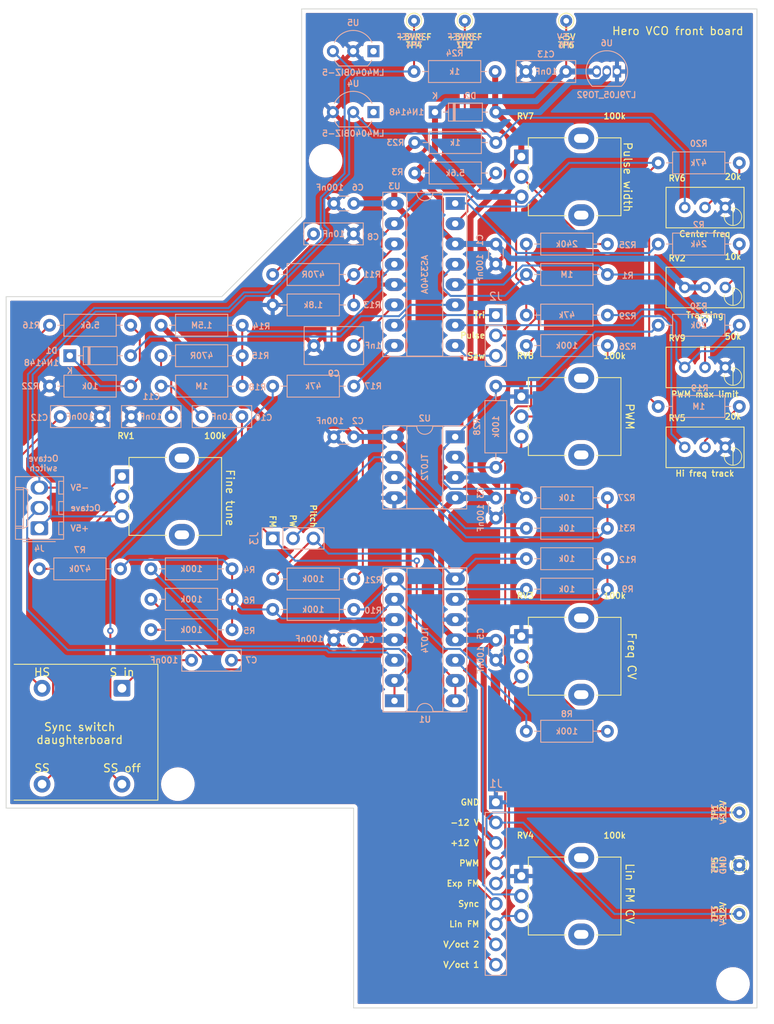
<source format=kicad_pcb>
(kicad_pcb (version 20211014) (generator pcbnew)
  (layers (0 "F.Cu" signal) (31 "B.Cu" signal) (34 "B.Paste" user) (35 "F.Paste" user) (36 "B.SilkS" user "B.Silkscreen") (37 "F.SilkS" user "F.Silkscreen") (38 "B.Mask" user) (39 "F.Mask" user) (44 "Edge.Cuts" user))
  (net 0 "")
  (net 1 "Board_0-+12V")
  (net 2 "Board_0--12V")
  (net 3 "Board_0--5V")
  (net 4 "Board_0-/Front PCB/+5V_REF")
  (net 5 "Board_0-/Front PCB/-5V_REF")
  (net 6 "Board_0-/Front PCB/CENTER_FREQ")
  (net 7 "Board_0-/Front PCB/CV_IN")
  (net 8 "Board_0-/Front PCB/CV_SUM")
  (net 9 "Board_0-/Front PCB/FINE_TUNE")
  (net 10 "Board_0-/Front PCB/FREQ_CV")
  (net 11 "Board_0-/Front PCB/HARD_SYNCA")
  (net 12 "Board_0-/Front PCB/HI_FREQ_TRACK")
  (net 13 "Board_0-/Front PCB/LINK_OUT_FM")
  (net 14 "Board_0-/Front PCB/LINK_OUT_PW")
  (net 15 "Board_0-/Front PCB/LIN_FM_CV")
  (net 16 "Board_0-/Front PCB/LIN_FM_IN")
  (net 17 "Board_0-/Front PCB/OCTAVE")
  (net 18 "Board_0-/Front PCB/PULSE_OUT")
  (net 19 "Board_0-/Front PCB/PULSE_WIDTH")
  (net 20 "Board_0-/Front PCB/PWM")
  (net 21 "Board_0-/Front PCB/PWMIN")
  (net 22 "Board_0-/Front PCB/SAW_OUT")
  (net 23 "Board_0-/Front PCB/SOFT_SYNCA")
  (net 24 "Board_0-/Front PCB/SOFT_SYNC_OFF")
  (net 25 "Board_0-/Front PCB/SYNC")
  (net 26 "Board_0-/Front PCB/SYNCA")
  (net 27 "Board_0-/Front PCB/TRIANGLE_OUT")
  (net 28 "Board_0-/Front PCB/V_OCT")
  (net 29 "Board_0-/Front PCB/V_OCT2")
  (net 30 "Board_0-CV_NODE")
  (net 31 "Board_0-GND")
  (net 32 "Board_0-HARD_SYNC")
  (net 33 "Board_0-HFT")
  (net 34 "Board_0-LIN_FM")
  (net 35 "Board_0-Net-(C10-Pad1)")
  (net 36 "Board_0-Net-(C11-Pad1)")
  (net 37 "Board_0-Net-(C8-Pad1)")
  (net 38 "Board_0-Net-(C9-Pad2)")
  (net 39 "Board_0-Net-(D1-Pad1)")
  (net 40 "Board_0-Net-(R10-Pad1)")
  (net 41 "Board_0-Net-(R10-Pad2)")
  (net 42 "Board_0-Net-(R12-Pad2)")
  (net 43 "Board_0-Net-(R13-Pad1)")
  (net 44 "Board_0-Net-(R2-Pad1)")
  (net 45 "Board_0-Net-(R2-Pad2)")
  (net 46 "Board_0-Net-(R25-Pad1)")
  (net 47 "Board_0-Net-(R27-Pad1)")
  (net 48 "Board_0-Net-(R27-Pad2)")
  (net 49 "Board_0-Net-(R29-Pad1)")
  (net 50 "Board_0-Net-(R3-Pad1)")
  (net 51 "Board_0-Net-(R4-Pad2)")
  (net 52 "Board_0-PWM_IN")
  (net 53 "Board_0-SOFT_SYNC")
  (footprint "ao_tht:TestPoint_THTPad_D1.5mm_Drill0.7mm" (layer "F.Cu") (at 194.789997 150.739997 90)
    (fp_text reference "TP3")
    (fp_text value "-12V")
  )
  (footprint "ao_tht:Potentiometer_Bourns_3296W_Vertical_screw_centered" (layer "F.Cu") (at 193.999997 73.499997)
    (fp_text reference "RV2")
    (fp_text value "10k")
  )
  (footprint "ao_tht:TestPoint_THTPad_D1.5mm_Drill0.7mm" (layer "F.Cu") (at 194.789997 144.629997 90)
    (fp_text reference "TP5")
    (fp_text value "GND")
  )
  (footprint "ao_tht:Potentiometer_Alpha_RD901F-40-00D_Single_Vertical_centered" (layer "F.Cu") (at 174.999997 118.499997)
    (fp_text reference "RV3")
    (fp_text value "100k")
  )
  (footprint "herovco:SolderWire-round_1x01_D0.9mm_OD2.1mm" (layer "F.Cu") (at 107.499997 122.499997)
    (fp_text reference "J8" hide)
    (fp_text value "Conn_01x01" hide)
  )
  (footprint "herovco:SolderWire-round_1x01_D0.9mm_OD2.1mm" (layer "F.Cu") (at 117.499997 134.499997)
    (fp_text reference "J6" hide)
    (fp_text value "Conn_01x01" hide)
  )
  (footprint "ao_tht:TestPoint_THTPad_D1.5mm_Drill0.7mm" (layer "F.Cu") (at 173.119997 38.979997 180)
    (fp_text reference "TP6")
    (fp_text value "-5V")
  )
  (footprint "Connector_Wire:SolderWire-0.5sqmm_1x01_D0.9mm_OD2.1mm" (layer "F.Cu") (at 117.499997 122.499997)
    (fp_text reference "J5" hide)
    (fp_text value "Wire pads" hide)
  )
  (footprint "herovco:SolderWire-round_1x01_D0.9mm_OD2.1mm" (layer "F.Cu") (at 107.499997 134.499997)
    (fp_text reference "J7" hide)
    (fp_text value "Conn_01x01" hide)
  )
  (footprint "ao_tht:TestPoint_THTPad_D1.5mm_Drill0.7mm" (layer "F.Cu") (at 194.789997 138.039997 90)
    (fp_text reference "TP1")
    (fp_text value "+12V")
  )
  (footprint "ao_tht:Potentiometer_Alpha_RD901F-40-00D_Single_Vertical_centered" (layer "F.Cu") (at 174.999997 58.499997)
    (fp_text reference "RV7")
    (fp_text value "100k")
  )
  (footprint "ao_tht:Potentiometer_Alpha_RD901F-40-00D_Single_Vertical_centered" (layer "F.Cu") (at 124.999997 98.499997)
    (fp_text reference "RV1")
    (fp_text value "100k")
  )
  (footprint "ao_tht:TestPoint_THTPad_D1.5mm_Drill0.7mm" (layer "F.Cu") (at 160.419997 38.979997 180)
    (fp_text reference "TP2")
    (fp_text value "+5VREF")
  )
  (footprint "ao_tht:Potentiometer_Bourns_3296W_Vertical_screw_centered" (layer "F.Cu") (at 193.999997 83.499997)
    (fp_text reference "RV9")
    (fp_text value "50k")
  )
  (footprint "ao_tht:Potentiometer_Bourns_3296W_Vertical_screw_centered" (layer "F.Cu") (at 193.999997 63.499997)
    (fp_text reference "RV6")
    (fp_text value "20k")
  )
  (footprint "ao_tht:MountingHole_3.2mm_M3" (layer "F.Cu") (at 124.499997 134.499997)
    (fp_text reference "H1" hide)
    (fp_text value "MountingHole")
  )
  (footprint "ao_tht:MountingHole_3.2mm_M3" (layer "F.Cu") (at 193.999997 159.499997)
    (fp_text reference "H3" hide)
    (fp_text value "MountingHole")
  )
  (footprint "ao_tht:Potentiometer_Alpha_RD901F-40-00D_Single_Vertical_centered" (layer "F.Cu") (at 174.999997 88.499997)
    (fp_text reference "RV8")
    (fp_text value "100k")
  )
  (footprint "ao_tht:Potentiometer_Bourns_3296W_Vertical_screw_centered" (layer "F.Cu") (at 193.999997 93.499997)
    (fp_text reference "RV5")
    (fp_text value "20k")
  )
  (footprint "ao_tht:TestPoint_THTPad_D1.5mm_Drill0.7mm" (layer "F.Cu") (at 154.069997 38.979997 180)
    (fp_text reference "TP4")
    (fp_text value "-5VREF")
  )
  (footprint "ao_tht:Potentiometer_Alpha_RD901F-40-00D_Single_Vertical_centered" (layer "F.Cu") (at 174.999997 148.499997)
    (fp_text reference "RV4")
    (fp_text value "100k")
  )
  (footprint "ao_tht:MountingHole_3.2mm_M3" (layer "F.Cu") (at 142.999997 56.499997)
    (fp_text reference "H2" hide)
    (fp_text value "MountingHole")
  )
  (footprint "ao_tht:R_Axial_DIN0207_L6.3mm_D2.5mm_P10.16mm_Horizontal" (layer "B.Cu") (at 168.119997 66.919997)
    (fp_text reference "R25")
    (fp_text value "240k")
  )
  (footprint "ao_tht:C_Rect_L7.2mm_W2.5mm_P5.00mm_FKS2_FKP2_MKS2_MKP2" (layer "B.Cu") (at 126.209997 118.989997)
    (fp_text reference "C7")
    (fp_text value "100nF")
  )
  (footprint "ao_tht:C_Rect_L7.2mm_W2.5mm_P5.00mm_FKS2_FKP2_MKS2_MKP2" (layer "B.Cu") (at 141.489997 65.649997)
    (fp_text reference "C8")
    (fp_text value "10nF")
  )
  (footprint "ao_tht:R_Axial_DIN0207_L6.3mm_D2.5mm_P10.16mm_Horizontal" (layer "B.Cu") (at 122.399997 77.079997)
    (fp_text reference "R14")
    (fp_text value "1.5M")
  )
  (footprint "ao_tht:C_Disc_D3.0mm_W1.6mm_P2.50mm" (layer "B.Cu") (at 164.309997 118.989997 90)
    (fp_text reference "C5")
    (fp_text value "100nF")
  )
  (footprint "ao_tht:R_Axial_DIN0207_L6.3mm_D2.5mm_P10.16mm_Horizontal" (layer "B.Cu") (at 168.119997 70.729997)
    (fp_text reference "R1")
    (fp_text value "1M")
  )
  (footprint "Capacitor_THT:C_Rect_L7.2mm_W4.5mm_P5.00mm_FKS2_FKP2_MKS2_MKP2" (layer "B.Cu") (at 141.529997 79.619997)
    (fp_text reference "C9")
    (fp_text value "1nF")
  )
  (footprint "ao_tht:R_Axial_DIN0207_L6.3mm_D2.5mm_P10.16mm_Horizontal" (layer "B.Cu") (at 164.309997 84.699997 -90)
    (fp_text reference "R28")
    (fp_text value "100k")
  )
  (footprint "ao_tht:R_Axial_DIN0207_L6.3mm_D2.5mm_P10.16mm_Horizontal" (layer "B.Cu") (at 184.629997 66.919997)
    (fp_text reference "R2")
    (fp_text value "24k")
  )
  (footprint "ao_tht:DIP-8_W7.62mm_Socket_LongPads" (layer "B.Cu") (at 159.219997 91.049997 180)
    (fp_text reference "U2")
    (fp_text value "TL072")
  )
  (footprint "ao_tht:R_Axial_DIN0207_L6.3mm_D2.5mm_P10.16mm_Horizontal" (layer "B.Cu") (at 131.289997 107.559997 180)
    (fp_text reference "R4")
    (fp_text value "100k")
  )
  (footprint "ao_tht:R_Axial_DIN0207_L6.3mm_D2.5mm_P10.16mm_Horizontal" (layer "B.Cu") (at 132.559997 80.889997 180)
    (fp_text reference "R15")
    (fp_text value "470R")
  )
  (footprint "ao_tht:R_Axial_DIN0207_L6.3mm_D2.5mm_P10.16mm_Horizontal" (layer "B.Cu") (at 164.309997 58.029997 180)
    (fp_text reference "R3")
    (fp_text value "5.6k")
  )
  (footprint "ao_tht:C_Rect_L7.2mm_W2.5mm_P5.00mm_FKS2_FKP2_MKS2_MKP2" (layer "B.Cu") (at 123.669997 88.509997 180)
    (fp_text reference "C11")
    (fp_text value "10nF")
  )
  (footprint "ao_tht:C_Rect_L7.2mm_W2.5mm_P5.00mm_FKS2_FKP2_MKS2_MKP2" (layer "B.Cu") (at 114.779997 88.509997 180)
    (fp_text reference "C12")
    (fp_text value "100nF")
  )
  (footprint "Package_TO_SOT_THT:TO-92_Inline" (layer "B.Cu") (at 179.469997 45.329997 180)
    (fp_text reference "U6")
    (fp_text value "L79L05_TO92")
  )
  (footprint "ao_tht:C_Disc_D3.0mm_W1.6mm_P2.50mm" (layer "B.Cu") (at 146.529997 116.449997 180)
    (fp_text reference "C4")
    (fp_text value "100nF")
  )
  (footprint "ao_tht:R_Axial_DIN0207_L6.3mm_D2.5mm_P10.16mm_Horizontal" (layer "B.Cu") (at 146.529997 74.539997 180)
    (fp_text reference "R13")
    (fp_text value "1.8k")
  )
  (footprint "ao_tht:D_DO-35_SOD27_P7.62mm_Horizontal" (layer "B.Cu") (at 156.689997 50.409997)
    (fp_text reference "D2")
    (fp_text value "1N4148")
  )
  (footprint "ao_tht:R_Axial_DIN0207_L6.3mm_D2.5mm_P10.16mm_Horizontal" (layer "B.Cu") (at 184.629997 87.239997)
    (fp_text reference "R19")
    (fp_text value "1M")
  )
  (footprint "Connector_PinHeader_2.54mm:PinHeader_1x03_P2.54mm_Vertical" (layer "B.Cu") (at 164.309997 75.809997 180)
    (fp_text reference "J2")
    (fp_text value "Conn_01x03")
  )
  (footprint "ao_tht:DIP-16_W7.62mm_Socket_LongPads" (layer "B.Cu") (at 159.219997 61.829997 180)
    (fp_text reference "U3")
    (fp_text value "AS3340A")
  )
  (footprint "ao_tht:R_Axial_DIN0207_L6.3mm_D2.5mm_P10.16mm_Horizontal" (layer "B.Cu") (at 108.429997 84.699997)
    (fp_text reference "R22")
    (fp_text value "10k")
  )
  (footprint "ao_tht:R_Axial_DIN0207_L6.3mm_D2.5mm_P10.16mm_Horizontal" (layer "B.Cu") (at 194.789997 77.079997 180)
    (fp_text reference "R30")
    (fp_text value "20k")
  )
  (footprint "ao_tht:C_Disc_D3.0mm_W1.6mm_P2.50mm" (layer "B.Cu") (at 164.309997 66.919997 -90)
    (fp_text reference "C1")
    (fp_text value "100nF")
  )
  (footprint "ao_tht:R_Axial_DIN0207_L6.3mm_D2.5mm_P10.16mm_Horizontal" (layer "B.Cu") (at 131.289997 115.179997 180)
    (fp_text reference "R5")
    (fp_text value "100k")
  )
  (footprint "ao_tht:R_Axial_DIN0207_L6.3mm_D2.5mm_P10.16mm_Horizontal" (layer "B.Cu") (at 131.289997 111.369997 180)
    (fp_text reference "R6")
    (fp_text value "100k")
  )
  (footprint "ao_tht:R_Axial_DIN0207_L6.3mm_D2.5mm_P10.16mm_Horizontal" (layer "B.Cu") (at 178.279997 110.099997 180)
    (fp_text reference "R9")
    (fp_text value "10k")
  )
  (footprint "ao_tht:R_Axial_DIN0207_L6.3mm_D2.5mm_P10.16mm_Horizontal" (layer "B.Cu") (at 184.629997 56.759997)
    (fp_text reference "R20")
    (fp_text value "47k")
  )
  (footprint "Connector_PinHeader_2.54mm:PinHeader_1x09_P2.54mm_Vertical" (layer "B.Cu") (at 164.309997 136.769997 180)
    (fp_text reference "J1")
    (fp_text value "Conn_01x09")
  )
  (footprint "ao_tht:R_Axial_DIN0207_L6.3mm_D2.5mm_P10.16mm_Horizontal" (layer "B.Cu") (at 154.069997 45.329997)
    (fp_text reference "R24")
    (fp_text value "1k")
  )
  (footprint "ao_tht:R_Axial_DIN0207_L6.3mm_D2.5mm_P10.16mm_Horizontal" (layer "B.Cu") (at 168.119997 102.479997)
    (fp_text reference "R31")
    (fp_text value "10k")
  )
  (footprint "ao_tht:R_Axial_DIN0207_L6.3mm_D2.5mm_P10.16mm_Horizontal" (layer "B.Cu") (at 168.119997 79.619997)
    (fp_text reference "R26")
    (fp_text value "100k")
  )
  (footprint "ao_tht:D_DO-35_SOD27_P7.62mm_Horizontal" (layer "B.Cu") (at 110.969997 80.889997)
    (fp_text reference "D1")
    (fp_text value "1N4148")
  )
  (footprint "ao_tht:R_Axial_DIN0207_L6.3mm_D2.5mm_P10.16mm_Horizontal" (layer "B.Cu") (at 146.529997 70.729997 180)
    (fp_text reference "R11")
    (fp_text value "470R")
  )
  (footprint "ao_tht:DIP-14_W7.62mm_Socket_LongPads" (layer "B.Cu") (at 151.619997 124.069997)
    (fp_text reference "U1")
    (fp_text value "TL074")
  )
  (footprint "ao_tht:Molex_KK-254_AE-6410-03A_1x03_P2.54mm_Vertical" (layer "B.Cu") (at 107.159997 102.479997 90)
    (fp_text reference "J4")
    (fp_text value "3_pin_Molex_header")
  )
  (footprint "ao_tht:R_Axial_DIN0207_L6.3mm_D2.5mm_P10.16mm_Horizontal" (layer "B.Cu") (at 178.279997 98.669997 180)
    (fp_text reference "R27")
    (fp_text value "10k")
  )
  (footprint "ao_tht:C_Rect_L7.2mm_W2.5mm_P5.00mm_FKS2_FKP2_MKS2_MKP2" (layer "B.Cu") (at 168.079997 45.329997)
    (fp_text reference "C13")
    (fp_text value "10nF")
  )
  (footprint "ao_tht:C_Disc_D3.0mm_W1.6mm_P2.50mm" (layer "B.Cu") (at 146.529997 61.839997 180)
    (fp_text reference "C6")
    (fp_text value "100nF")
  )
  (footprint "ao_tht:R_Axial_DIN0207_L6.3mm_D2.5mm_P10.16mm_Horizontal" (layer "B.Cu") (at 146.529997 112.639997 180)
    (fp_text reference "R10")
    (fp_text value "100k")
  )
  (footprint "ao_tht:R_Axial_DIN0207_L6.3mm_D2.5mm_P10.16mm_Horizontal" (layer "B.Cu") (at 154.149997 54.219997)
    (fp_text reference "R23")
    (fp_text value "1k")
  )
  (footprint "ao_tht:R_Axial_DIN0207_L6.3mm_D2.5mm_P10.16mm_Horizontal" (layer "B.Cu") (at 132.559997 84.699997 180)
    (fp_text reference "R18")
    (fp_text value "1M")
  )
  (footprint "ao_tht:TO-92_Inline_Wide" (layer "B.Cu") (at 148.989997 50.409997 180)
    (fp_text reference "U4")
    (fp_text value "LM4040BIZ-5")
  )
  (footprint "Connector_PinHeader_2.54mm:PinHeader_1x03_P2.54mm_Vertical" (layer "B.Cu") (at 136.384997 103.749997 -90)
    (fp_text reference "J3")
    (fp_text value "Conn_01x03")
  )
  (footprint "ao_tht:C_Rect_L7.2mm_W2.5mm_P5.00mm_FKS2_FKP2_MKS2_MKP2" (layer "B.Cu") (at 127.519997 88.509997)
    (fp_text reference "C10")
    (fp_text value "10nF")
  )
  (footprint "ao_tht:C_Disc_D3.0mm_W1.6mm_P2.50mm" (layer "B.Cu") (at 164.309997 101.209997 90)
    (fp_text reference "C3")
    (fp_text value "100nF")
  )
  (footprint "ao_tht:R_Axial_DIN0207_L6.3mm_D2.5mm_P10.16mm_Horizontal" (layer "B.Cu") (at 118.589997 77.079997 180)
    (fp_text reference "R16")
    (fp_text value "5.6k")
  )
  (footprint "ao_tht:R_Axial_DIN0207_L6.3mm_D2.5mm_P10.16mm_Horizontal" (layer "B.Cu") (at 168.119997 127.879997)
    (fp_text reference "R8")
    (fp_text value "100k")
  )
  (footprint "ao_tht:R_Axial_DIN0207_L6.3mm_D2.5mm_P10.16mm_Horizontal" (layer "B.Cu") (at 146.529997 108.829997 180)
    (fp_text reference "R21")
    (fp_text value "100k")
  )
  (footprint "ao_tht:TO-92_Inline_Wide" (layer "B.Cu") (at 148.989997 42.789997 180)
    (fp_text reference "U5")
    (fp_text value "LM4040BIZ-5")
  )
  (footprint "ao_tht:R_Axial_DIN0207_L6.3mm_D2.5mm_P10.16mm_Horizontal" (layer "B.Cu") (at 168.119997 106.289997)
    (fp_text reference "R12")
    (fp_text value "10k")
  )
  (footprint "ao_tht:R_Axial_DIN0207_L6.3mm_D2.5mm_P10.16mm_Horizontal" (layer "B.Cu") (at 117.319997 107.559997 180)
    (fp_text reference "R7")
    (fp_text value "470k")
  )
  (footprint "ao_tht:R_Axial_DIN0207_L6.3mm_D2.5mm_P10.16mm_Horizontal" (layer "B.Cu") (at 178.279997 75.809997 180)
    (fp_text reference "R29")
    (fp_text value "47k")
  )
  (footprint "ao_tht:R_Axial_DIN0207_L6.3mm_D2.5mm_P10.16mm_Horizontal" (layer "B.Cu") (at 146.529997 84.699997 180)
    (fp_text reference "R17")
    (fp_text value "47k")
  )
  (footprint "ao_tht:C_Disc_D3.0mm_W1.6mm_P2.50mm" (layer "B.Cu") (at 146.529997 91.049997 180)
    (fp_text reference "C2")
    (fp_text value "100nF")
  )
  (gr_line (start 121.999997 119.499997) (end 103.999997 119.499997) (layer "F.SilkS") (width 0.12))
  (gr_line (start 121.999997 136.499997) (end 103.999997 136.499997) (layer "F.SilkS") (width 0.12))
  (gr_line (start 121.999997 119.499997) (end 121.999997 136.499997) (layer "F.SilkS") (width 0.12))
  (gr_line (start 197.000707 37.499292) (end 197.000707 162.500707) (layer "Edge.Cuts") (width 0.1))
  (gr_line (start 146.499709 162.500956) (end 146.499 137.501) (layer "Edge.Cuts") (width 0.1))
  (gr_line (start 102.999 137.5) (end 102.999292 73.499292) (layer "Edge.Cuts") (width 0.1))
  (gr_line (start 197.000707 162.500707) (end 146.499709 162.500956) (layer "Edge.Cuts") (width 0.1))
  (gr_line (start 146.499 137.501) (end 102.999 137.5) (layer "Edge.Cuts") (width 0.1))
  (gr_line (start 102.999292 73.499292) (end 129.999585 73.499) (layer "Edge.Cuts") (width 0.1))
  (gr_line (start 139.999 63.499585) (end 139.999617 37.499076) (layer "Edge.Cuts") (width 0.1))
  (gr_line (start 139.999617 37.499076) (end 197.000707 37.499292) (layer "Edge.Cuts") (width 0.1))
  (gr_line (start 129.999585 73.499) (end 139.999 63.499585) (layer "Edge.Cuts") (width 0.1))
  (gr_text "+5V" (at 110.969997 102.479997) (layer "B.SilkS") (effects (font (size 0.75 0.75)) (justify right mirror)))
  (gr_text "Octave\nswitch" (at 107.667997 94.351997) (layer "B.SilkS") (effects (font (size 0.75 0.75)) (justify mirror)))
  (gr_text "-5V" (at 110.969997 97.399997) (layer "B.SilkS") (effects (font (size 0.75 0.75)) (justify right mirror)))
  (gr_text "Octave" (at 110.969997 99.939997) (layer "B.SilkS") (effects (font (size 0.75 0.75)) (justify right mirror)))
  (gr_text "PWM max limit" (at 190.471997 85.715997) (layer "F.SilkS") (effects (font (size 0.75 0.75))))
  (gr_text "FM" (at 136.369997 102.479997 270) (layer "F.SilkS") (effects (font (size 0.75 0.75)) (justify right)))
  (gr_text "SS off" (at 117.499997 132.499997) (layer "F.SilkS") (effects (font (size 1 1))))
  (gr_text "Sync" (at 162.309997 149.469997) (layer "F.SilkS") (effects (font (size 0.75 0.75)) (justify right)))
  (gr_text "Center freq" (at 190.471997 65.649997) (layer "F.SilkS") (effects (font (size 0.75 0.75))))
  (gr_text "Lin FM CV" (at 181.073997 148.199997 -90) (layer "F.SilkS") (effects (font (size 1 1))))
  (gr_text "V/oct 1" (at 162.309997 157.089997) (layer "F.SilkS") (effects (font (size 0.75 0.75)) (justify right)))
  (gr_text "GND" (at 162.309997 136.769997) (layer "F.SilkS") (effects (font (size 0.75 0.75)) (justify right)))
  (gr_text "HS" (at 107.499997 120.499997) (layer "F.SilkS") (effects (font (size 1 1))))
  (gr_text "Fine tune" (at 131.035997 98.669997 -90) (layer "F.SilkS") (effects (font (size 1 1))))
  (gr_text "PW" (at 138.909997 102.479997 270) (layer "F.SilkS") (effects (font (size 0.75 0.75)) (justify right)))
  (gr_text "Saw" (at 163.039997 80.889997) (layer "F.SilkS") (effects (font (size 0.75 0.75)) (justify right)))
  (gr_text "SS" (at 107.499997 132.499997) (layer "F.SilkS") (effects (font (size 1 1))))
  (gr_text "-12 V" (at 162.309997 139.309997) (layer "F.SilkS") (effects (font (size 0.75 0.75)) (justify right)))
  (gr_text "V/oct 2" (at 162.309997 154.549997) (layer "F.SilkS") (effects (font (size 0.75 0.75)) (justify right)))
  (gr_text "Lin FM" (at 162.309997 152.009997) (layer "F.SilkS") (effects (font (size 0.75 0.75)) (justify right)))
  (gr_text "S in" (at 117.499997 120.499997) (layer "F.SilkS") (effects (font (size 1 1))))
  (gr_text "+12 V" (at 162.309997 141.849997) (layer "F.SilkS") (effects (font (size 0.75 0.75)) (justify right)))
  (gr_text "Hi freq track" (at 190.471997 95.621997) (layer "F.SilkS") (effects (font (size 0.75 0.75))))
  (gr_text "Pitch" (at 141.449997 102.479997 270) (layer "F.SilkS") (effects (font (size 0.75 0.75)) (justify right)))
  (gr_text "Exp FM" (at 162.309997 146.929997) (layer "F.SilkS") (effects (font (size 0.75 0.75)) (justify right)))
  (gr_text "Tracking" (at 190.471997 75.809997) (layer "F.SilkS") (effects (font (size 0.75 0.75))))
  (gr_text "Pulse width" (at 180.819997 58.537997 -90) (layer "F.SilkS") (effects (font (size 1 1))))
  (gr_text "Freq CV" (at 181.327997 118.481997 270) (layer "F.SilkS") (effects (font (size 1 1))))
  (gr_text "Hero VCO front board" (at 187.089997 40.259997) (layer "F.SilkS") (effects (font (size 1 1))))
  (gr_text "Pulse" (at 163.039997 78.349997) (layer "F.SilkS") (effects (font (size 0.75 0.75)) (justify right)))
  (gr_text "Sync switch\ndaughterboard" (at 112.209997 128.149997) (layer "F.SilkS") (effects (font (size 1 1))))
  (gr_text "PWM" (at 162.309997 144.389997) (layer "F.SilkS") (effects (font (size 0.75 0.75)) (justify right)))
  (gr_text "Tri" (at 163.039997 75.809997) (layer "F.SilkS") (effects (font (size 0.75 0.75)) (justify right)))
  (gr_text "PWM" (at 181.073997 88.509997 -90) (layer "F.SilkS") (effects (font (size 1 1))))
  (segment (start 151.599997 91.049997) (end 153.374517 89.275477) (width 0.75) (layer "F.Cu") (net 1))
  (segment (start 166.849997 71.110997) (end 168.119997 72.380997) (width 0.25) (layer "F.Cu") (net 1))
  (segment (start 151.599997 61.829997) (end 151.599997 56.769997) (width 0.75) (layer "F.Cu") (net 1))
  (segment (start 157.465477 135.005477) (end 164.309997 141.849997) (width 0.75) (layer "F.Cu") (net 1))
  (segment (start 132.455486 87.135486) (end 122.399997 77.079997) (width 0.75) (layer "F.Cu") (net 1))
  (segment (start 153.133997 116.449997) (end 153.394517 116.189477) (width 0.75) (layer "F.Cu") (net 1))
  (segment (start 167.499997 60.999997) (end 166.849997 61.649997) (width 0.25) (layer "F.Cu") (net 1))
  (segment (start 136.329997 89.675486) (end 133.789997 87.135486) (width 0.75) (layer "F.Cu") (net 1))
  (segment (start 151.599997 91.049997) (end 153.394517 92.844517) (width 0.75) (layer "F.Cu") (net 1))
  (segment (start 153.394517 116.837517) (end 157.465477 120.908477) (width 0.75) (layer "F.Cu") (net 1))
  (segment (start 157.465477 120.908477) (end 157.465477 135.005477) (width 0.75) (layer "F.Cu") (net 1))
  (segment (start 166.849997 61.649997) (end 166.849997 71.110997) (width 0.25) (layer "F.Cu") (net 1))
  (segment (start 168.119997 72.380997) (end 168.119997 75.809997) (width 0.25) (layer "F.Cu") (net 1))
  (segment (start 153.374517 63.604517) (end 151.599997 61.829997) (width 0.75) (layer "F.Cu") (net 1))
  (segment (start 151.619997 116.449997) (end 153.133997 116.449997) (width 0.75) (layer "F.Cu") (net 1))
  (segment (start 133.789997 87.135486) (end 132.455486 87.135486) (width 0.75) (layer "F.Cu") (net 1))
  (segment (start 151.599997 56.769997) (end 154.149997 54.219997) (width 0.75) (layer "F.Cu") (net 1))
  (segment (start 146.529997 91.049997) (end 145.155486 89.675486) (width 0.75) (layer "F.Cu") (net 1))
  (segment (start 153.374517 89.275477) (end 153.374517 63.604517) (width 0.75) (layer "F.Cu") (net 1))
  (segment (start 153.394517 92.844517) (end 153.394517 116.189477) (width 0.75) (layer "F.Cu") (net 1))
  (segment (start 145.155486 89.675486) (end 136.329997 89.675486) (width 0.75) (layer "F.Cu") (net 1))
  (segment (start 153.394517 116.189477) (end 153.394517 116.837517) (width 0.75) (layer "F.Cu") (net 1))
  (segment (start 162.061367 60.999997) (end 167.499997 60.999997) (width 0.75) (layer "B.Cu") (net 1))
  (segment (start 154.149997 54.219997) (end 155.281367 54.219997) (width 0.75) (layer "B.Cu") (net 1))
  (segment (start 151.599997 91.049997) (end 146.529997 91.049997) (width 0.75) (layer "B.Cu") (net 1))
  (segment (start 163.918987 138.039997) (end 163.135486 138.823498) (width 0.25) (layer "B.Cu") (net 1))
  (segment (start 155.281367 54.219997) (end 162.061367 60.999997) (width 0.75) (layer "B.Cu") (net 1))
  (segment (start 151.619997 116.449997) (end 146.529997 116.449997) (width 0.75) (layer "B.Cu") (net 1))
  (segment (start 163.135486 140.675486) (end 164.309997 141.849997) (width 0.25) (layer "B.Cu") (net 1))
  (segment (start 151.599997 61.829997) (end 146.539997 61.829997) (width 0.75) (layer "B.Cu") (net 1))
  (segment (start 163.135486 138.823498) (end 163.135486 140.675486) (width 0.25) (layer "B.Cu") (net 1))
  (segment (start 194.789997 138.039997) (end 163.918987 138.039997) (width 0.25) (layer "B.Cu") (net 1))
  (segment (start 167.499997 53.599997) (end 167.499997 55.999997) (width 0.75) (layer "F.Cu") (net 2))
  (segment (start 162.785997 137.785997) (end 164.309997 139.309997) (width 0.75) (layer "F.Cu") (net 2))
  (segment (start 164.229997 45.329997) (end 164.229997 50.329997) (width 0.75) (layer "F.Cu") (net 2))
  (segment (start 165.684508 59.003765) (end 161.134997 63.553276) (width 0.75) (layer "F.Cu") (net 2))
  (segment (start 157.465477 114.675477) (end 159.239997 116.449997) (width 0.75) (layer "F.Cu") (net 2))
  (segment (start 162.785997 118.013997) (end 162.785997 137.785997) (width 0.75) (layer "F.Cu") (net 2))
  (segment (start 165.684508 57.815486) (end 165.684508 59.003765) (width 0.75) (layer "F.Cu") (net 2))
  (segment (start 157.465477 100.424517) (end 157.465477 114.675477) (width 0.75) (layer "F.Cu") (net 2))
  (segment (start 164.309997 116.489997) (end 162.785997 118.013997) (width 0.75) (layer "F.Cu") (net 2))
  (segment (start 159.219997 98.669997) (end 157.465477 100.424517) (width 0.75) (layer "F.Cu") (net 2))
  (segment (start 161.134997 63.553276) (end 161.134997 95.534997) (width 0.75) (layer "F.Cu") (net 2))
  (segment (start 167.499997 55.999997) (end 165.684508 57.815486) (width 0.75) (layer "F.Cu") (net 2))
  (segment (start 161.134997 95.534997) (end 164.309997 98.709997) (width 0.75) (layer "F.Cu") (net 2))
  (segment (start 164.309997 50.409997) (end 167.499997 53.599997) (width 0.75) (layer "F.Cu") (net 2))
  (segment (start 177.385433 46.654517) (end 178.199997 45.839953) (width 0.75) (layer "B.Cu") (net 2))
  (segment (start 169.817997 50.409997) (end 173.573477 46.654517) (width 0.75) (layer "B.Cu") (net 2))
  (segment (start 164.309997 50.409997) (end 169.817997 50.409997) (width 0.75) (layer "B.Cu") (net 2))
  (segment (start 164.309997 98.709997) (end 159.259997 98.709997) (width 0.75) (layer "B.Cu") (net 2))
  (segment (start 178.199997 45.839953) (end 178.199997 45.329997) (width 0.75) (layer "B.Cu") (net 2))
  (segment (start 173.573477 46.654517) (end 177.385433 46.654517) (width 0.75) (layer "B.Cu") (net 2))
  (segment (start 159.239997 116.449997) (end 164.269997 116.449997) (width 0.75) (layer "B.Cu") (net 2))
  (segment (start 167.738997 139.309997) (end 164.309997 139.309997) (width 0.25) (layer "B.Cu") (net 2))
  (segment (start 194.789997 150.739997) (end 179.168997 150.739997) (width 0.25) (layer "B.Cu") (net 2))
  (segment (start 179.168997 150.739997) (end 167.738997 139.309997) (width 0.25) (layer "B.Cu") (net 2))
  (segment (start 154.149997 58.029997) (end 157.445486 61.325486) (width 0.75) (layer "F.Cu") (net 3))
  (segment (start 156.689997 55.489997) (end 154.149997 58.029997) (width 0.75) (layer "F.Cu") (net 3))
  (segment (start 173.119997 38.979997) (end 173.119997 45.289997) (width 0.25) (layer "F.Cu") (net 3))
  (segment (start 173.119997 45.289997) (end 173.079997 45.329997) (width 0.25) (layer "F.Cu") (net 3))
  (segment (start 157.445486 61.325486) (end 157.445486 65.135486) (width 0.75) (layer "F.Cu") (net 3))
  (segment (start 156.689997 50.409997) (end 156.689997 55.489997) (width 0.75) (layer "F.Cu") (net 3))
  (segment (start 157.445486 65.135486) (end 159.219997 66.909997) (width 0.75) (layer "F.Cu") (net 3))
  (segment (start 166.134018 68.744018) (end 184.354018 68.744018) (width 0.75) (layer "B.Cu") (net 3))
  (segment (start 156.689997 50.409997) (end 158.064508 49.035486) (width 0.75) (layer "B.Cu") (net 3))
  (segment (start 184.354018 68.744018) (end 187.959997 72.349997) (width 0.75) (layer "B.Cu") (net 3))
  (segment (start 190.499997 72.349997) (end 187.959997 72.349997) (width 0.75) (layer "B.Cu") (net 3))
  (segment (start 164.309997 66.919997) (end 166.134018 68.744018) (width 0.75) (layer "B.Cu") (net 3))
  (segment (start 158.064508 49.035486) (end 169.374508 49.035486) (width 0.75) (layer "B.Cu") (net 3))
  (segment (start 169.374508 49.035486) (end 173.079997 45.329997) (width 0.75) (layer "B.Cu") (net 3))
  (segment (start 176.929997 45.329997) (end 173.079997 45.329997) (width 0.75) (layer "B.Cu") (net 3))
  (segment (start 159.219997 66.909997) (end 164.299997 66.909997) (width 0.75) (layer "B.Cu") (net 3))
  (segment (start 164.309997 54.219997) (end 160.419997 50.329997) (width 0.25) (layer "F.Cu") (net 4))
  (segment (start 160.419997 50.329997) (end 160.419997 38.979997) (width 0.25) (layer "F.Cu") (net 4))
  (segment (start 132.969508 73.415486) (end 131.014486 75.370508) (width 0.25) (layer "B.Cu") (net 4))
  (segment (start 143.343507 65.082803) (end 143.343507 66.022491) (width 0.25) (layer "B.Cu") (net 4))
  (segment (start 142.835508 64.574804) (end 143.343507 65.082803) (width 0.25) (layer "B.Cu") (net 4))
  (segment (start 146.449997 50.409997) (end 145.941997 50.917997) (width 0.25) (layer "B.Cu") (net 4))
  (segment (start 145.941997 50.917997) (end 145.941997 58.157701) (width 0.25) (layer "B.Cu") (net 4))
  (segment (start 187.959997 62.349997) (end 187.959997 55.343997) (width 0.25) (layer "B.Cu") (net 4))
  (segment (start 114.203486 75.370508) (end 106.317997 83.255997) (width 0.25) (layer "B.Cu") (net 4))
  (segment (start 149.135486 53.095486) (end 163.185486 53.095486) (width 0.25) (layer "B.Cu") (net 4))
  (segment (start 187.959997 55.343997) (end 183.725508 51.109508) (width 0.25) (layer "B.Cu") (net 4))
  (segment (start 167.420486 51.109508) (end 164.309997 54.219997) (width 0.25) (layer "B.Cu") (net 4))
  (segment (start 131.014486 75.370508) (end 114.203486 75.370508) (width 0.25) (layer "B.Cu") (net 4))
  (segment (start 183.725508 51.109508) (end 167.420486 51.109508) (width 0.25) (layer "B.Cu") (net 4))
  (segment (start 106.317997 94.638691) (end 108.584517 96.905211) (width 0.25) (layer "B.Cu") (net 4))
  (segment (start 149.135486 53.095486) (end 146.449997 50.409997) (width 0.25) (layer "B.Cu") (net 4))
  (segment (start 108.584517 96.905211) (end 108.584517 101.055477) (width 0.25) (layer "B.Cu") (net 4))
  (segment (start 143.343507 66.022491) (end 135.950512 73.415486) (width 0.25) (layer "B.Cu") (net 4))
  (segment (start 108.639997 100.999997) (end 117.499997 100.999997) (width 0.25) (layer "B.Cu") (net 4))
  (segment (start 135.950512 73.415486) (end 132.969508 73.415486) (width 0.25) (layer "B.Cu") (net 4))
  (segment (start 106.317997 83.255997) (end 106.317997 94.638691) (width 0.25) (layer "B.Cu") (net 4))
  (segment (start 164.309997 54.219997) (end 163.185486 53.095486) (width 0.25) (layer "B.Cu") (net 4))
  (segment (start 145.941997 58.157701) (end 142.835508 61.26419) (width 0.25) (layer "B.Cu") (net 4))
  (segment (start 108.584517 101.055477) (end 108.639997 100.999997) (width 0.25) (layer "B.Cu") (net 4))
  (segment (start 142.835508 61.26419) (end 142.835508 64.574804) (width 0.25) (layer "B.Cu") (net 4))
  (segment (start 108.584517 101.055477) (end 107.159997 102.479997) (width 0.25) (layer "B.Cu") (net 4))
  (segment (start 154.069997 45.329997) (end 154.069997 38.979997) (width 0.25) (layer "F.Cu") (net 5))
  (segment (start 116.099997 97.399997) (end 117.499997 95.999997) (width 0.25) (layer "F.Cu") (net 5))
  (segment (start 107.159997 97.399997) (end 116.099997 97.399997) (width 0.25) (layer "F.Cu") (net 5))
  (segment (start 135.764318 72.965976) (end 132.783314 72.965976) (width 0.25) (layer "B.Cu") (net 5))
  (segment (start 142.385997 64.955697) (end 142.614508 65.184208) (width 0.25) (layer "B.Cu") (net 5))
  (segment (start 114.017279 74.920997) (end 105.735477 83.202799) (width 0.25) (layer "B.Cu") (net 5))
  (segment (start 107.159997 96.129997) (end 107.159997 97.399997) (width 0.25) (layer "B.Cu") (net 5))
  (segment (start 142.614508 65.184208) (end 142.614508 66.115786) (width 0.25) (layer "B.Cu") (net 5))
  (segment (start 146.449997 45.329997) (end 143.909997 42.789997) (width 0.25) (layer "B.Cu") (net 5))
  (segment (start 105.735477 94.705477) (end 107.159997 96.129997) (width 0.25) (layer "B.Cu") (net 5))
  (segment (start 154.069997 45.329997) (end 146.449997 45.329997) (width 0.25) (layer "B.Cu") (net 5))
  (segment (start 132.783314 72.965976) (end 130.828293 74.920997) (width 0.25) (layer "B.Cu") (net 5))
  (segment (start 130.828293 74.920997) (end 114.017279 74.920997) (width 0.25) (layer "B.Cu") (net 5))
  (segment (start 145.375486 46.404508) (end 145.375486 58.088508) (width 0.25) (layer "B.Cu") (net 5))
  (segment (start 145.375486 58.088508) (end 142.385997 61.077997) (width 0.25) (layer "B.Cu") (net 5))
  (segment (start 142.385997 61.077997) (end 142.385997 64.955697) (width 0.25) (layer "B.Cu") (net 5))
  (segment (start 105.735477 83.202799) (end 105.735477 94.705477) (width 0.25) (layer "B.Cu") (net 5))
  (segment (start 146.449997 45.329997) (end 145.375486 46.404508) (width 0.25) (layer "B.Cu") (net 5))
  (segment (start 142.614508 66.115786) (end 135.764318 72.965976) (width 0.25) (layer "B.Cu") (net 5))
  (segment (start 194.789997 56.759997) (end 194.789997 58.059997) (width 0.25) (layer "F.Cu") (net 6))
  (segment (start 194.789997 58.059997) (end 190.499997 62.349997) (width 0.25) (layer "F.Cu") (net 6))
  (segment (start 165.960997 122.538997) (end 167.499997 120.999997) (width 0.25) (layer "F.Cu") (net 7))
  (segment (start 164.309997 146.929997) (end 165.960997 145.278997) (width 0.25) (layer "F.Cu") (net 7))
  (segment (start 165.960997 145.278997) (end 165.960997 122.538997) (width 0.25) (layer "F.Cu") (net 7))
  (segment (start 141.464997 103.749997) (end 136.384997 108.829997) (width 0.25) (layer "F.Cu") (net 8))
  (segment (start 159.239997 108.829997) (end 156.064997 105.654997) (width 0.25) (layer "B.Cu") (net 8))
  (segment (start 161.779997 106.289997) (end 159.239997 108.829997) (width 0.25) (layer "B.Cu") (net 8))
  (segment (start 156.064997 105.654997) (end 143.369997 105.654997) (width 0.25) (layer "B.Cu") (net 8))
  (segment (start 143.369997 105.654997) (end 141.464997 103.749997) (width 0.25) (layer "B.Cu") (net 8))
  (segment (start 168.119997 106.289997) (end 161.779997 106.289997) (width 0.25) (layer "B.Cu") (net 8))
  (segment (start 107.159997 107.559997) (end 108.439997 107.559997) (width 0.25) (layer "F.Cu") (net 9))
  (segment (start 108.439997 107.559997) (end 117.499997 98.499997) (width 0.25) (layer "F.Cu") (net 9))
  (segment (start 176.879997 127.879997) (end 167.499997 118.499997) (width 0.25) (layer "F.Cu") (net 10))
  (segment (start 178.279997 127.879997) (end 176.879997 127.879997) (width 0.25) (layer "F.Cu") (net 10))
  (segment (start 108.429997 77.079997) (end 104.424486 81.085508) (width 0.25) (layer "F.Cu") (net 11))
  (segment (start 104.424486 119.424486) (end 107.499997 122.499997) (width 0.25) (layer "F.Cu") (net 11))
  (segment (start 104.424486 81.085508) (end 104.424486 119.424486) (width 0.25) (layer "F.Cu") (net 11))
  (segment (start 190.499997 91.529997) (end 190.499997 92.349997) (width 0.25) (layer "F.Cu") (net 12))
  (segment (start 194.789997 87.239997) (end 190.499997 91.529997) (width 0.25) (layer "F.Cu") (net 12))
  (segment (start 159.239997 121.529997) (end 154.403997 116.693997) (width 0.25) (layer "F.Cu") (net 13))
  (segment (start 132.519997 88.509997) (end 132.519997 99.884997) (width 0.25) (layer "F.Cu") (net 13))
  (segment (start 154.403997 116.693997) (end 154.403997 106.543997) (width 0.25) (layer "F.Cu") (net 13))
  (segment (start 159.239997 124.069997) (end 159.239997 121.529997) (width 0.25) (layer "F.Cu") (net 13))
  (segment (start 132.519997 99.884997) (end 136.384997 103.749997) (width 0.25) (layer "F.Cu") (net 13))
  (via (at 154.403997 106.543997) (size 0.8) (drill 0.4) (layers "F.Cu" "B.Cu") (net 13))
  (segment (start 139.178997 106.543997) (end 154.403997 106.543997) (width 0.25) (layer "B.Cu") (net 13))
  (segment (start 136.384997 103.749997) (end 139.178997 106.543997) (width 0.25) (layer "B.Cu") (net 13))
  (segment (start 168.119997 102.479997) (end 160.489997 102.479997) (width 0.25) (layer "B.Cu") (net 14))
  (segment (start 151.599997 93.589997) (end 149.084997 93.589997) (width 0.25) (layer "B.Cu") (net 14))
  (segment (start 160.489997 102.479997) (end 151.599997 93.589997) (width 0.25) (layer "B.Cu") (net 14))
  (segment (start 149.084997 93.589997) (end 138.924997 103.749997) (width 0.25) (layer "B.Cu") (net 14))
  (segment (start 163.918987 148.295486) (end 167.295486 148.295486) (width 0.25) (layer "B.Cu") (net 15))
  (segment (start 162.685976 147.062475) (end 163.918987 148.295486) (width 0.25) (layer "B.Cu") (net 15))
  (segment (start 162.685976 122.435976) (end 162.685976 147.062475) (width 0.25) (layer "B.Cu") (net 15))
  (segment (start 159.239997 118.989997) (end 162.685976 122.435976) (width 0.25) (layer "B.Cu") (net 15))
  (segment (start 167.499997 150.999997) (end 165.319997 150.999997) (width 0.25) (layer "B.Cu") (net 16))
  (segment (start 165.319997 150.999997) (end 164.309997 152.009997) (width 0.25) (layer "B.Cu") (net 16))
  (segment (start 105.635997 101.463997) (end 107.159997 99.939997) (width 0.25) (layer "B.Cu") (net 17))
  (segment (start 143.378024 118.024028) (end 143.073994 117.719998) (width 0.25) (layer "B.Cu") (net 17))
  (segment (start 151.619997 118.989997) (end 150.654028 118.024028) (width 0.25) (layer "B.Cu") (net 17))
  (segment (start 150.654028 118.024028) (end 143.378024 118.024028) (width 0.25) (layer "B.Cu") (net 17))
  (segment (start 105.635997 112.639997) (end 105.635997 101.463997) (width 0.25) (layer "B.Cu") (net 17))
  (segment (start 110.715998 117.719998) (end 105.635997 112.639997) (width 0.25) (layer "B.Cu") (net 17))
  (segment (start 143.073994 117.719998) (end 110.715998 117.719998) (width 0.25) (layer "B.Cu") (net 17))
  (segment (start 169.244508 76.275786) (end 167.170297 78.349997) (width 0.25) (layer "F.Cu") (net 18))
  (segment (start 168.119997 70.729997) (end 169.244508 71.854508) (width 0.25) (layer "F.Cu") (net 18))
  (segment (start 169.244508 71.854508) (end 169.244508 76.275786) (width 0.25) (layer "F.Cu") (net 18))
  (segment (start 167.170297 78.349997) (end 164.309997 78.349997) (width 0.25) (layer "F.Cu") (net 18))
  (segment (start 158.645166 73.405477) (end 157.695477 72.455788) (width 0.25) (layer "B.Cu") (net 18))
  (segment (start 168.119997 70.729997) (end 165.444517 73.405477) (width 0.25) (layer "B.Cu") (net 18))
  (segment (start 165.444517 73.405477) (end 158.645166 73.405477) (width 0.25) (layer "B.Cu") (net 18))
  (segment (start 157.695477 72.455788) (end 157.695477 70.974517) (width 0.25) (layer "B.Cu") (net 18))
  (segment (start 157.695477 70.974517) (end 159.219997 69.449997) (width 0.25) (layer "B.Cu") (net 18))
  (segment (start 175.919997 66.919997) (end 167.499997 58.499997) (width 0.25) (layer "F.Cu") (net 19))
  (segment (start 178.279997 66.919997) (end 175.919997 66.919997) (width 0.25) (layer "F.Cu") (net 19))
  (segment (start 178.279997 79.619997) (end 178.279997 83.556997) (width 0.25) (layer "F.Cu") (net 20))
  (segment (start 178.279997 83.556997) (end 173.336997 88.499997) (width 0.25) (layer "F.Cu") (net 20))
  (segment (start 173.336997 88.499997) (end 167.499997 88.499997) (width 0.25) (layer "F.Cu") (net 20))
  (segment (start 165.484508 94.32119) (end 167.499997 92.305701) (width 0.25) (layer "F.Cu") (net 21))
  (segment (start 164.309997 144.389997) (end 165.484508 143.215486) (width 0.25) (layer "F.Cu") (net 21))
  (segment (start 167.499997 92.305701) (end 167.499997 90.999997) (width 0.25) (layer "F.Cu") (net 21))
  (segment (start 165.484508 143.215486) (end 165.484508 94.32119) (width 0.25) (layer "F.Cu") (net 21))
  (segment (start 164.309997 80.889997) (end 160.499997 80.889997) (width 0.25) (layer "B.Cu") (net 22))
  (segment (start 160.499997 80.889997) (end 159.219997 79.609997) (width 0.25) (layer "B.Cu") (net 22))
  (segment (start 116.049997 133.049997) (end 116.049997 115.306997) (width 0.25) (layer "F.Cu") (net 23))
  (segment (start 117.499997 134.499997) (end 116.049997 133.049997) (width 0.25) (layer "F.Cu") (net 23))
  (via (at 116.049997 115.306997) (size 0.8) (drill 0.4) (layers "F.Cu" "B.Cu") (net 23))
  (segment (start 116.049997 106.570297) (end 116.049997 115.306997) (width 0.25) (layer "B.Cu") (net 23))
  (segment (start 136.369997 86.250297) (end 116.049997 106.570297) (width 0.25) (layer "B.Cu") (net 23))
  (segment (start 136.369997 84.699997) (end 136.369997 86.250297) (width 0.25) (layer "B.Cu") (net 23))
  (segment (start 108.874508 121.674508) (end 108.874508 133.125486) (width 0.25) (layer "F.Cu") (net 24))
  (segment (start 104.873997 117.673997) (end 108.874508 121.674508) (width 0.25) (layer "F.Cu") (net 24))
  (segment (start 108.874508 133.125486) (end 107.499997 134.499997) (width 0.25) (layer "F.Cu") (net 24))
  (segment (start 109.779997 88.509997) (end 104.873997 93.415997) (width 0.25) (layer "F.Cu") (net 24))
  (segment (start 104.873997 93.415997) (end 104.873997 117.673997) (width 0.25) (layer "F.Cu") (net 24))
  (segment (start 133.829997 118.989997) (end 164.309997 149.469997) (width 0.25) (layer "F.Cu") (net 25))
  (segment (start 131.209997 118.989997) (end 133.829997 118.989997) (width 0.25) (layer "F.Cu") (net 25))
  (segment (start 117.499997 122.499997) (end 121.009997 118.989997) (width 0.25) (layer "F.Cu") (net 26))
  (segment (start 121.009997 118.989997) (end 126.209997 118.989997) (width 0.25) (layer "F.Cu") (net 26))
  (segment (start 152.946012 75.809997) (end 151.686012 77.069997) (width 0.25) (layer "B.Cu") (net 27))
  (segment (start 164.309997 75.809997) (end 152.946012 75.809997) (width 0.25) (layer "B.Cu") (net 27))
  (segment (start 134.209589 120.640997) (end 129.451297 120.640997) (width 0.25) (layer "F.Cu") (net 28))
  (segment (start 161.667497 154.447497) (end 161.667497 148.098905) (width 0.25) (layer "F.Cu") (net 28))
  (segment (start 123.990297 115.179997) (end 121.129997 115.179997) (width 0.25) (layer "F.Cu") (net 28))
  (segment (start 161.667497 148.098905) (end 134.209589 120.640997) (width 0.25) (layer "F.Cu") (net 28))
  (segment (start 164.309997 157.089997) (end 161.667497 154.447497) (width 0.25) (layer "F.Cu") (net 28))
  (segment (start 129.451297 120.640997) (end 123.990297 115.179997) (width 0.25) (layer "F.Cu") (net 28))
  (segment (start 164.309997 154.549997) (end 162.117008 152.357008) (width 0.25) (layer "F.Cu") (net 29))
  (segment (start 134.337293 120.132997) (end 129.892997 120.132997) (width 0.25) (layer "F.Cu") (net 29))
  (segment (start 129.892997 120.132997) (end 121.129997 111.369997) (width 0.25) (layer "F.Cu") (net 29))
  (segment (start 162.117008 152.357008) (end 162.117007 147.912711) (width 0.25) (layer "F.Cu") (net 29))
  (segment (start 162.117007 147.912711) (end 134.337293 120.132997) (width 0.25) (layer "F.Cu") (net 29))
  (segment (start 150.075477 67.184517) (end 146.529997 70.729997) (width 0.25) (layer "F.Cu") (net 30))
  (segment (start 183.505486 57.884508) (end 183.505486 86.115486) (width 0.25) (layer "F.Cu") (net 30))
  (segment (start 143.735997 86.665697) (end 147.654508 90.584208) (width 0.25) (layer "F.Cu") (net 30))
  (segment (start 143.735997 73.523997) (end 143.735997 86.665697) (width 0.25) (layer "F.Cu") (net 30))
  (segment (start 183.505486 86.115486) (end 184.629997 87.239997) (width 0.25) (layer "F.Cu") (net 30))
  (segment (start 151.599997 64.369997) (end 150.075477 65.894517) (width 0.25) (layer "F.Cu") (net 30))
  (segment (start 146.529997 70.729997) (end 143.735997 73.523997) (width 0.25) (layer "F.Cu") (net 30))
  (segment (start 147.654508 107.705486) (end 146.529997 108.829997) (width 0.25) (layer "F.Cu") (net 30))
  (segment (start 184.629997 56.759997) (end 183.505486 57.884508) (width 0.25) (layer "F.Cu") (net 30))
  (segment (start 147.654508 90.584208) (end 147.654508 107.705486) (width 0.25) (layer "F.Cu") (net 30))
  (segment (start 150.075477 65.894517) (end 150.075477 67.184517) (width 0.25) (layer "F.Cu") (net 30))
  (segment (start 173.471718 56.759997) (end 168.007207 62.224508) (width 0.25) (layer "B.Cu") (net 30))
  (segment (start 160.635486 60.705486) (end 155.264508 60.705486) (width 0.25) (layer "B.Cu") (net 30))
  (segment (start 184.629997 56.759997) (end 173.471718 56.759997) (width 0.25) (layer "B.Cu") (net 30))
  (segment (start 168.007207 62.224508) (end 162.154508 62.224508) (width 0.25) (layer "B.Cu") (net 30))
  (segment (start 155.264508 60.705486) (end 151.599997 64.369997) (width 0.25) (layer "B.Cu") (net 30))
  (segment (start 162.154508 62.224508) (end 160.635486 60.705486) (width 0.25) (layer "B.Cu") (net 30))
  (segment (start 159.219997 74.529997) (end 153.590308 74.529997) (width 0.25) (layer "B.Cu") (net 32))
  (segment (start 120.984508 78.495486) (end 118.589997 80.889997) (width 0.25) (layer "B.Cu") (net 32))
  (segment (start 144.860508 78.495486) (end 120.984508 78.495486) (width 0.25) (layer "B.Cu") (net 32))
  (segment (start 152.174828 75.945477) (end 147.410517 75.945477) (width 0.25) (layer "B.Cu") (net 32))
  (segment (start 153.590308 74.529997) (end 152.174828 75.945477) (width 0.25) (layer "B.Cu") (net 32))
  (segment (start 147.410517 75.945477) (end 144.860508 78.495486) (width 0.25) (layer "B.Cu") (net 32))
  (segment (start 181.464997 77.069997) (end 182.579508 75.955486) (width 0.25) (layer "B.Cu") (net 33))
  (segment (start 182.579508 75.955486) (end 185.095786 75.955486) (width 0.25) (layer "B.Cu") (net 33))
  (segment (start 186.280997 90.670997) (end 187.959997 92.349997) (width 0.25) (layer "B.Cu") (net 33))
  (segment (start 185.095786 75.955486) (end 186.280997 77.140697) (width 0.25) (layer "B.Cu") (net 33))
  (segment (start 159.219997 77.069997) (end 181.464997 77.069997) (width 0.25) (layer "B.Cu") (net 33))
  (segment (start 186.280997 77.140697) (end 186.280997 90.670997) (width 0.25) (layer "B.Cu") (net 33))
  (segment (start 132.559997 80.889997) (end 132.559997 84.699997) (width 0.25) (layer "F.Cu") (net 34))
  (segment (start 132.559997 77.079997) (end 132.559997 80.889997) (width 0.25) (layer "F.Cu") (net 34))
  (segment (start 150.075477 72.584817) (end 150.075477 70.974517) (width 0.25) (layer "B.Cu") (net 34))
  (segment (start 144.818297 77.841997) (end 150.075477 72.584817) (width 0.25) (layer "B.Cu") (net 34))
  (segment (start 132.559997 77.079997) (end 133.321997 77.841997) (width 0.25) (layer "B.Cu") (net 34))
  (segment (start 133.321997 77.841997) (end 144.818297 77.841997) (width 0.25) (layer "B.Cu") (net 34))
  (segment (start 150.075477 70.974517) (end 151.599997 69.449997) (width 0.25) (layer "B.Cu") (net 34))
  (segment (start 122.399997 84.699997) (end 123.709997 84.699997) (width 0.25) (layer "B.Cu") (net 35))
  (segment (start 123.709997 84.699997) (end 127.519997 88.509997) (width 0.25) (layer "B.Cu") (net 35))
  (segment (start 123.669997 83.750297) (end 123.669997 88.509997) (width 0.25) (layer "F.Cu") (net 36))
  (segment (start 122.399997 80.889997) (end 122.399997 82.480297) (width 0.25) (layer "F.Cu") (net 36))
  (segment (start 122.399997 82.480297) (end 123.669997 83.750297) (width 0.25) (layer "F.Cu") (net 36))
  (segment (start 141.489997 65.649997) (end 136.409997 70.729997) (width 0.25) (layer "F.Cu") (net 37))
  (segment (start 151.599997 74.549997) (end 146.529997 79.619997) (width 0.25) (layer "F.Cu") (net 38))
  (segment (start 119.732997 78.222997) (end 119.732997 83.556997) (width 0.25) (layer "F.Cu") (net 39))
  (segment (start 119.732997 83.556997) (end 118.589997 84.699997) (width 0.25) (layer "F.Cu") (net 39))
  (segment (start 118.589997 77.079997) (end 119.732997 78.222997) (width 0.25) (layer "F.Cu") (net 39))
  (segment (start 118.589997 84.699997) (end 114.779997 84.699997) (width 0.25) (layer "B.Cu") (net 39))
  (segment (start 114.779997 84.699997) (end 110.969997 80.889997) (width 0.25) (layer "B.Cu") (net 39))
  (segment (start 151.619997 108.829997) (end 147.809997 112.639997) (width 0.25) (layer "B.Cu") (net 40))
  (segment (start 147.809997 112.639997) (end 146.529997 112.639997) (width 0.25) (layer "B.Cu") (net 40))
  (segment (start 168.119997 110.099997) (end 152.889997 110.099997) (width 0.25) (layer "B.Cu") (net 40))
  (segment (start 152.889997 110.099997) (end 151.619997 108.829997) (width 0.25) (layer "B.Cu") (net 40))
  (segment (start 131.289997 111.369997) (end 131.289997 115.179997) (width 0.25) (layer "F.Cu") (net 41))
  (segment (start 131.289997 107.559997) (end 131.289997 111.369997) (width 0.25) (layer "F.Cu") (net 41))
  (segment (start 168.119997 127.879997) (end 168.119997 125.879686) (width 0.25) (layer "B.Cu") (net 41))
  (segment (start 132.559997 112.639997) (end 131.289997 111.369997) (width 0.25) (layer "B.Cu") (net 41))
  (segment (start 131.289997 107.559997) (end 130.165486 106.435486) (width 0.25) (layer "B.Cu") (net 41))
  (segment (start 136.369997 112.639997) (end 132.559997 112.639997) (width 0.25) (layer "B.Cu") (net 41))
  (segment (start 118.444508 106.435486) (end 117.319997 107.559997) (width 0.25) (layer "B.Cu") (net 41))
  (segment (start 168.119997 125.879686) (end 159.814828 117.574517) (width 0.25) (layer "B.Cu") (net 41))
  (segment (start 159.814828 117.574517) (end 157.824517 117.574517) (width 0.25) (layer "B.Cu") (net 41))
  (segment (start 151.619997 111.369997) (end 149.225486 113.764508) (width 0.25) (layer "B.Cu") (net 41))
  (segment (start 130.165486 106.435486) (end 118.444508 106.435486) (width 0.25) (layer "B.Cu") (net 41))
  (segment (start 149.225486 113.764508) (end 137.494508 113.764508) (width 0.25) (layer "B.Cu") (net 41))
  (segment (start 157.824517 117.574517) (end 151.619997 111.369997) (width 0.25) (layer "B.Cu") (net 41))
  (segment (start 137.494508 113.764508) (end 136.369997 112.639997) (width 0.25) (layer "B.Cu") (net 41))
  (segment (start 178.279997 106.289997) (end 178.279997 110.099997) (width 0.25) (layer "F.Cu") (net 42))
  (segment (start 178.279997 110.099997) (end 177.009997 111.369997) (width 0.25) (layer "B.Cu") (net 42))
  (segment (start 177.009997 111.369997) (end 159.239997 111.369997) (width 0.25) (layer "B.Cu") (net 42))
  (segment (start 151.599997 67.309997) (end 146.529997 72.379997) (width 0.25) (layer "F.Cu") (net 43))
  (segment (start 146.529997 72.379997) (end 146.529997 74.539997) (width 0.25) (layer "F.Cu") (net 43))
  (segment (start 160.810297 61.829997) (end 159.219997 61.829997) (width 0.25) (layer "B.Cu") (net 44))
  (segment (start 183.505496 68.044498) (end 167.024798 68.044498) (width 0.25) (layer "B.Cu") (net 44))
  (segment (start 167.024798 68.044498) (end 160.810297 61.829997) (width 0.25) (layer "B.Cu") (net 44))
  (segment (start 184.629997 66.919997) (end 183.505496 68.044498) (width 0.25) (layer "B.Cu") (net 44))
  (segment (start 194.789997 70.599997) (end 193.039997 72.349997) (width 0.25) (layer "F.Cu") (net 45))
  (segment (start 194.789997 66.919997) (end 194.789997 70.599997) (width 0.25) (layer "F.Cu") (net 45))
  (segment (start 167.043765 87.224508) (end 165.960997 88.307276) (width 0.25) (layer "F.Cu") (net 46))
  (segment (start 168.119997 69.078997) (end 169.694018 70.653018) (width 0.25) (layer "F.Cu") (net 46))
  (segment (start 168.724508 80.224508) (end 168.724508 87.224508) (width 0.25) (layer "F.Cu") (net 46))
  (segment (start 169.694018 78.045976) (end 168.119997 79.619997) (width 0.25) (layer "F.Cu") (net 46))
  (segment (start 168.119997 79.619997) (end 168.724508 80.224508) (width 0.25) (layer "F.Cu") (net 46))
  (segment (start 168.724508 87.224508) (end 167.043765 87.224508) (width 0.25) (layer "F.Cu") (net 46))
  (segment (start 165.960997 93.208997) (end 164.309997 94.859997) (width 0.25) (layer "F.Cu") (net 46))
  (segment (start 168.119997 66.919997) (end 168.119997 69.078997) (width 0.25) (layer "F.Cu") (net 46))
  (segment (start 169.694018 70.653018) (end 169.694018 78.045976) (width 0.25) (layer "F.Cu") (net 46))
  (segment (start 165.960997 88.307276) (end 165.960997 93.208997) (width 0.25) (layer "F.Cu") (net 46))
  (segment (start 160.489997 94.859997) (end 159.219997 93.589997) (width 0.25) (layer "B.Cu") (net 46))
  (segment (start 164.309997 94.859997) (end 160.489997 94.859997) (width 0.25) (layer "B.Cu") (net 46))
  (segment (start 178.279997 98.669997) (end 178.279997 102.479997) (width 0.25) (layer "F.Cu") (net 47))
  (segment (start 160.608508 103.604508) (end 153.133997 96.129997) (width 0.25) (layer "B.Cu") (net 47))
  (segment (start 153.133997 96.129997) (end 151.599997 96.129997) (width 0.25) (layer "B.Cu") (net 47))
  (segment (start 178.279997 102.479997) (end 177.155486 103.604508) (width 0.25) (layer "B.Cu") (net 47))
  (segment (start 177.155486 103.604508) (end 160.608508 103.604508) (width 0.25) (layer "B.Cu") (net 47))
  (segment (start 158.645166 97.545477) (end 157.695477 96.595788) (width 0.25) (layer "B.Cu") (net 48))
  (segment (start 157.695477 96.595788) (end 157.695477 92.574517) (width 0.25) (layer "B.Cu") (net 48))
  (segment (start 183.829998 77.879996) (end 176.718702 77.879996) (width 0.25) (layer "B.Cu") (net 48))
  (segment (start 168.119997 98.669997) (end 166.995477 97.545477) (width 0.25) (layer "B.Cu") (net 48))
  (segment (start 166.995477 97.545477) (end 158.645166 97.545477) (width 0.25) (layer "B.Cu") (net 48))
  (segment (start 157.695477 92.574517) (end 159.219997 91.049997) (width 0.25) (layer "B.Cu") (net 48))
  (segment (start 169.898701 84.699997) (end 164.309997 84.699997) (width 0.25) (layer "B.Cu") (net 48))
  (segment (start 164.309997 85.959997) (end 159.219997 91.049997) (width 0.25) (layer "B.Cu") (net 48))
  (segment (start 176.718702 77.879996) (end 169.898701 84.699997) (width 0.25) (layer "B.Cu") (net 48))
  (segment (start 184.629997 77.079997) (end 183.829998 77.879996) (width 0.25) (layer "B.Cu") (net 48))
  (segment (start 164.309997 84.699997) (end 164.309997 85.959997) (width 0.25) (layer "B.Cu") (net 48))
  (segment (start 191.544508 80.325486) (end 189.984508 80.325486) (width 0.25) (layer "B.Cu") (net 49))
  (segment (start 186.915997 81.305997) (end 186.915997 76.698293) (width 0.25) (layer "B.Cu") (net 49))
  (segment (start 181.835997 75.809997) (end 178.279997 75.809997) (width 0.25) (layer "B.Cu") (net 49))
  (segment (start 187.959997 82.349997) (end 186.915997 81.305997) (width 0.25) (layer "B.Cu") (net 49))
  (segment (start 182.539507 75.106487) (end 181.835997 75.809997) (width 0.25) (layer "B.Cu") (net 49))
  (segment (start 189.984508 80.325486) (end 187.959997 82.349997) (width 0.25) (layer "B.Cu") (net 49))
  (segment (start 186.915997 76.698293) (end 185.324191 75.106487) (width 0.25) (layer "B.Cu") (net 49))
  (segment (start 185.324191 75.106487) (end 182.539507 75.106487) (width 0.25) (layer "B.Cu") (net 49))
  (segment (start 194.789997 77.079997) (end 191.544508 80.325486) (width 0.25) (layer "B.Cu") (net 49))
  (segment (start 164.309997 58.029997) (end 160.744508 61.595486) (width 0.25) (layer "F.Cu") (net 50))
  (segment (start 160.744508 61.595486) (end 160.744508 62.845486) (width 0.25) (layer "F.Cu") (net 50))
  (segment (start 160.744508 62.845486) (end 159.219997 64.369997) (width 0.25) (layer "F.Cu") (net 50))
  (segment (start 151.619997 124.069997) (end 151.619997 121.529997) (width 0.25) (layer "F.Cu") (net 51))
  (segment (start 130.840487 117.270487) (end 121.129997 107.559997) (width 0.25) (layer "B.Cu") (net 51))
  (segment (start 143.564208 117.574508) (end 143.260187 117.270487) (width 0.25) (layer "B.Cu") (net 51))
  (segment (start 153.144517 118.524206) (end 152.194819 117.574508) (width 0.25) (layer "B.Cu") (net 51))
  (segment (start 151.619997 121.529997) (end 153.144517 120.005477) (width 0.25) (layer "B.Cu") (net 51))
  (segment (start 143.260187 117.270487) (end 130.840487 117.270487) (width 0.25) (layer "B.Cu") (net 51))
  (segment (start 153.144517 120.005477) (end 153.144517 118.524206) (width 0.25) (layer "B.Cu") (net 51))
  (segment (start 152.194819 117.574508) (end 143.564208 117.574508) (width 0.25) (layer "B.Cu") (net 51))
  (segment (start 190.499997 82.349997) (end 190.499997 76.472997) (width 0.25) (layer "F.Cu") (net 52))
  (segment (start 190.499997 76.472997) (end 190.471997 76.444997) (width 0.25) (layer "F.Cu") (net 52))
  (via (at 190.471997 76.444997) (size 0.8) (drill 0.4) (layers "F.Cu" "B.Cu") (net 52))
  (segment (start 165.269697 71.989997) (end 167.654208 69.605486) (width 0.25) (layer "B.Cu") (net 52))
  (segment (start 159.219997 71.989997) (end 165.269697 71.989997) (width 0.25) (layer "B.Cu") (net 52))
  (segment (start 178.279997 70.729997) (end 184.756997 70.729997) (width 0.25) (layer "B.Cu") (net 52))
  (segment (start 177.155486 69.605486) (end 178.279997 70.729997) (width 0.25) (layer "B.Cu") (net 52))
  (segment (start 167.654208 69.605486) (end 177.155486 69.605486) (width 0.25) (layer "B.Cu") (net 52))
  (segment (start 184.756997 70.729997) (end 190.471997 76.444997) (width 0.25) (layer "B.Cu") (net 52))
  (segment (start 151.599997 79.629997) (end 146.529997 84.699997) (width 0.25) (layer "B.Cu") (net 53))
  (zone (net 31) (net_name "Board_0-GND") (layers F&B.Cu) (connect_pads (clearance 0.508)) (min_thickness 0.254) (fill yes (thermal_gap 0.508) (thermal_bridge_width 0.508))
    (polygon (pts (xy 196.999997 162.499997) (xy 146.499997 162.499997) (xy 146.499997 137.499997) (xy 102.999997 137.499997) (xy 102.999997 73.499997) (xy 129.999997 73.499997) (xy 139.999997 63.499997) (xy 139.999997 37.499997) (xy 196.999997 37.499997)))
  )
)
</source>
